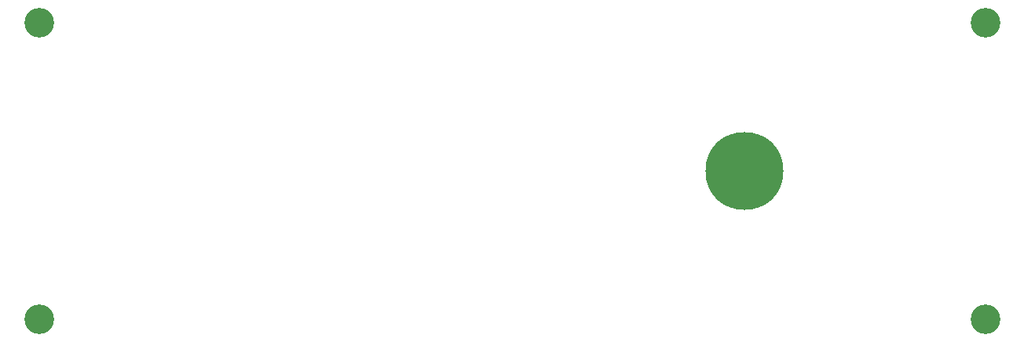
<source format=gbr>
%TF.GenerationSoftware,KiCad,Pcbnew,5.1.10-6.fc33*%
%TF.CreationDate,2021-10-12T09:38:09+02:00*%
%TF.ProjectId,wled-controller,776c6564-2d63-46f6-9e74-726f6c6c6572,rev?*%
%TF.SameCoordinates,Original*%
%TF.FileFunction,NonPlated,1,2,NPTH,Drill*%
%TF.FilePolarity,Positive*%
%FSLAX46Y46*%
G04 Gerber Fmt 4.6, Leading zero omitted, Abs format (unit mm)*
G04 Created by KiCad (PCBNEW 5.1.10-6.fc33) date 2021-10-12 09:38:09*
%MOMM*%
%LPD*%
G01*
G04 APERTURE LIST*
%TA.AperFunction,ComponentDrill*%
%ADD10C,3.200000*%
%TD*%
%TA.AperFunction,ComponentDrill*%
%ADD11C,8.400000*%
%TD*%
G04 APERTURE END LIST*
D10*
%TO.C,REF\u002A\u002A*%
X74000000Y-74000000D03*
X74000000Y-106000000D03*
X176000000Y-74000000D03*
X176000000Y-106000000D03*
D11*
X150000000Y-90000000D03*
M02*

</source>
